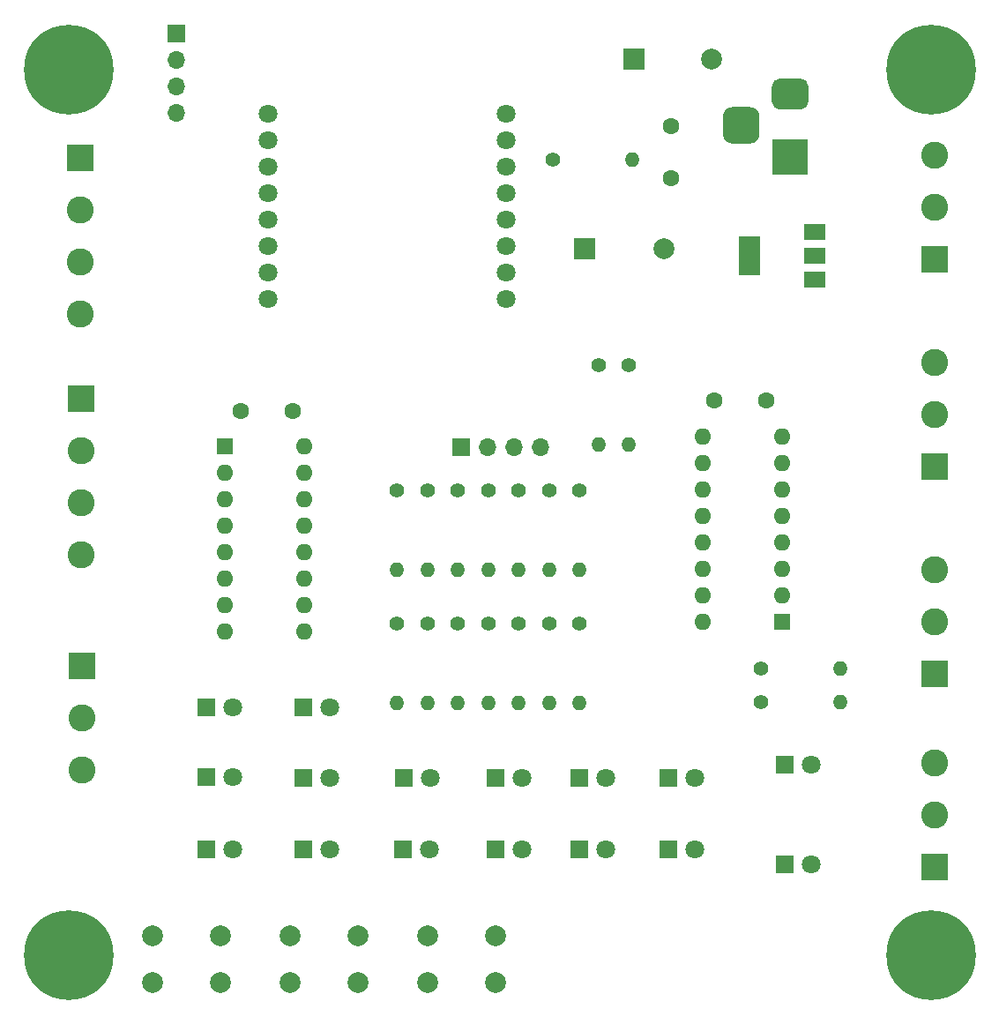
<source format=gbr>
%TF.GenerationSoftware,KiCad,Pcbnew,5.1.6-c6e7f7d~87~ubuntu19.10.1*%
%TF.CreationDate,2021-01-18T21:02:38-03:00*%
%TF.ProjectId,VLTUnivesp,564c5455-6e69-4766-9573-702e6b696361,rev?*%
%TF.SameCoordinates,Original*%
%TF.FileFunction,Soldermask,Top*%
%TF.FilePolarity,Negative*%
%FSLAX46Y46*%
G04 Gerber Fmt 4.6, Leading zero omitted, Abs format (unit mm)*
G04 Created by KiCad (PCBNEW 5.1.6-c6e7f7d~87~ubuntu19.10.1) date 2021-01-18 21:02:38*
%MOMM*%
%LPD*%
G01*
G04 APERTURE LIST*
%ADD10O,1.400000X1.400000*%
%ADD11C,1.400000*%
%ADD12O,1.600000X1.600000*%
%ADD13R,1.600000X1.600000*%
%ADD14C,8.600000*%
%ADD15C,0.900000*%
%ADD16R,2.000000X2.000000*%
%ADD17C,2.000000*%
%ADD18R,1.700000X1.700000*%
%ADD19O,1.700000X1.700000*%
%ADD20R,3.500000X3.500000*%
%ADD21C,2.600000*%
%ADD22R,2.600000X2.600000*%
%ADD23R,2.000000X3.800000*%
%ADD24R,2.000000X1.500000*%
%ADD25C,1.800000*%
%ADD26C,1.600000*%
%ADD27R,1.800000X1.800000*%
G04 APERTURE END LIST*
D10*
%TO.C,R19*%
X105845000Y-68300000D03*
D11*
X98225000Y-68300000D03*
%TD*%
D10*
%TO.C,R18*%
X105460000Y-95680000D03*
D11*
X105460000Y-88060000D03*
%TD*%
D10*
%TO.C,R17*%
X102616000Y-95656400D03*
D11*
X102616000Y-88036400D03*
%TD*%
D10*
%TO.C,R16*%
X125831600Y-120345200D03*
D11*
X118211600Y-120345200D03*
%TD*%
%TO.C,R15*%
X118211600Y-117170200D03*
D10*
X125831600Y-117170200D03*
%TD*%
%TO.C,R14*%
X100765426Y-107670600D03*
D11*
X100765426Y-100050600D03*
%TD*%
%TO.C,R13*%
X97848055Y-100050600D03*
D10*
X97848055Y-107670600D03*
%TD*%
%TO.C,R12*%
X100765426Y-120472200D03*
D11*
X100765426Y-112852200D03*
%TD*%
%TO.C,R11*%
X97848055Y-112852200D03*
D10*
X97848055Y-120472200D03*
%TD*%
%TO.C,R10*%
X94930684Y-120472200D03*
D11*
X94930684Y-112852200D03*
%TD*%
%TO.C,R9*%
X92013313Y-112852200D03*
D10*
X92013313Y-120472200D03*
%TD*%
%TO.C,R8*%
X94930684Y-107670600D03*
D11*
X94930684Y-100050600D03*
%TD*%
%TO.C,R7*%
X89095942Y-112852200D03*
D10*
X89095942Y-120472200D03*
%TD*%
%TO.C,R6*%
X86178571Y-120472200D03*
D11*
X86178571Y-112852200D03*
%TD*%
%TO.C,R5*%
X83261200Y-112852200D03*
D10*
X83261200Y-120472200D03*
%TD*%
D11*
%TO.C,R4*%
X92013313Y-100050600D03*
D10*
X92013313Y-107670600D03*
%TD*%
D11*
%TO.C,R3*%
X89095942Y-100050600D03*
D10*
X89095942Y-107670600D03*
%TD*%
D11*
%TO.C,R2*%
X86178571Y-100050600D03*
D10*
X86178571Y-107670600D03*
%TD*%
D11*
%TO.C,R1*%
X83261200Y-100050600D03*
D10*
X83261200Y-107670600D03*
%TD*%
D12*
%TO.C,U1*%
X74371200Y-95808800D03*
X66751200Y-113588800D03*
X74371200Y-98348800D03*
X66751200Y-111048800D03*
X74371200Y-100888800D03*
X66751200Y-108508800D03*
X74371200Y-103428800D03*
X66751200Y-105968800D03*
X74371200Y-105968800D03*
X66751200Y-103428800D03*
X74371200Y-108508800D03*
X66751200Y-100888800D03*
X74371200Y-111048800D03*
X66751200Y-98348800D03*
X74371200Y-113588800D03*
D13*
X66751200Y-95808800D03*
%TD*%
D12*
%TO.C,U2*%
X112630000Y-112675000D03*
X120250000Y-94895000D03*
X112630000Y-110135000D03*
X120250000Y-97435000D03*
X112630000Y-107595000D03*
X120250000Y-99975000D03*
X112630000Y-105055000D03*
X120250000Y-102515000D03*
X112630000Y-102515000D03*
X120250000Y-105055000D03*
X112630000Y-99975000D03*
X120250000Y-107595000D03*
X112630000Y-97435000D03*
X120250000Y-110135000D03*
X112630000Y-94895000D03*
D13*
X120250000Y-112675000D03*
%TD*%
D14*
%TO.C,REF\u002A\u002A*%
X134518400Y-59639200D03*
D15*
X137743400Y-59639200D03*
X136798819Y-61919619D03*
X134518400Y-62864200D03*
X132237981Y-61919619D03*
X131293400Y-59639200D03*
X132237981Y-57358781D03*
X134518400Y-56414200D03*
X136798819Y-57358781D03*
%TD*%
D14*
%TO.C,REF\u002A\u002A*%
X134518400Y-144627600D03*
D15*
X137743400Y-144627600D03*
X136798819Y-146908019D03*
X134518400Y-147852600D03*
X132237981Y-146908019D03*
X131293400Y-144627600D03*
X132237981Y-142347181D03*
X134518400Y-141402600D03*
X136798819Y-142347181D03*
%TD*%
D14*
%TO.C,REF\u002A\u002A*%
X51714400Y-144627600D03*
D15*
X54939400Y-144627600D03*
X53994819Y-146908019D03*
X51714400Y-147852600D03*
X49433981Y-146908019D03*
X48489400Y-144627600D03*
X49433981Y-142347181D03*
X51714400Y-141402600D03*
X53994819Y-142347181D03*
%TD*%
%TO.C,REF\u002A\u002A*%
X53994819Y-57358781D03*
X51714400Y-56414200D03*
X49433981Y-57358781D03*
X48489400Y-59639200D03*
X49433981Y-61919619D03*
X51714400Y-62864200D03*
X53994819Y-61919619D03*
X54939400Y-59639200D03*
D14*
X51714400Y-59639200D03*
%TD*%
D16*
%TO.C,BZ1*%
X101275000Y-76875000D03*
D17*
X108875000Y-76875000D03*
%TD*%
D16*
%TO.C,C3*%
X105968800Y-58674000D03*
D17*
X113468800Y-58674000D03*
%TD*%
D18*
%TO.C,I2C1*%
X62025000Y-56175000D03*
D19*
X62025000Y-58715000D03*
X62025000Y-61255000D03*
X62025000Y-63795000D03*
%TD*%
%TO.C,OLED1*%
X97020000Y-95875000D03*
X94480000Y-95875000D03*
X91940000Y-95875000D03*
D18*
X89400000Y-95875000D03*
%TD*%
D20*
%TO.C,P3*%
X121000000Y-68000000D03*
G36*
G01*
X120000000Y-60500000D02*
X122000000Y-60500000D01*
G75*
G02*
X122750000Y-61250000I0J-750000D01*
G01*
X122750000Y-62750000D01*
G75*
G02*
X122000000Y-63500000I-750000J0D01*
G01*
X120000000Y-63500000D01*
G75*
G02*
X119250000Y-62750000I0J750000D01*
G01*
X119250000Y-61250000D01*
G75*
G02*
X120000000Y-60500000I750000J0D01*
G01*
G37*
G36*
G01*
X115425000Y-63250000D02*
X117175000Y-63250000D01*
G75*
G02*
X118050000Y-64125000I0J-875000D01*
G01*
X118050000Y-65875000D01*
G75*
G02*
X117175000Y-66750000I-875000J0D01*
G01*
X115425000Y-66750000D01*
G75*
G02*
X114550000Y-65875000I0J875000D01*
G01*
X114550000Y-64125000D01*
G75*
G02*
X115425000Y-63250000I875000J0D01*
G01*
G37*
%TD*%
D21*
%TO.C,S1*%
X52806600Y-83097400D03*
X52806600Y-78097400D03*
X52806600Y-73097400D03*
D22*
X52806600Y-68097400D03*
%TD*%
%TO.C,S2*%
X52950000Y-91250000D03*
D21*
X52950000Y-96250000D03*
X52950000Y-101250000D03*
X52950000Y-106250000D03*
%TD*%
D22*
%TO.C,S3*%
X53009800Y-116916200D03*
D21*
X53009800Y-121916200D03*
X53009800Y-126916200D03*
%TD*%
%TO.C,S4*%
X134874000Y-126194800D03*
X134874000Y-131194800D03*
D22*
X134874000Y-136194800D03*
%TD*%
%TO.C,S5*%
X134874000Y-117650000D03*
D21*
X134874000Y-112650000D03*
X134874000Y-107650000D03*
%TD*%
%TO.C,S6*%
X134874000Y-87790000D03*
X134874000Y-92790000D03*
D22*
X134874000Y-97790000D03*
%TD*%
D17*
%TO.C,SW1*%
X66294000Y-142820000D03*
X66294000Y-147320000D03*
X59794000Y-142820000D03*
X59794000Y-147320000D03*
%TD*%
%TO.C,SW2*%
X79502000Y-142820000D03*
X79502000Y-147320000D03*
X73002000Y-142820000D03*
X73002000Y-147320000D03*
%TD*%
%TO.C,SW3*%
X86210000Y-147320000D03*
X86210000Y-142820000D03*
X92710000Y-147320000D03*
X92710000Y-142820000D03*
%TD*%
D23*
%TO.C,U3*%
X117100000Y-77550000D03*
D24*
X123400000Y-77550000D03*
X123400000Y-75250000D03*
X123400000Y-79850000D03*
%TD*%
D22*
%TO.C,VLT1*%
X134900000Y-77850000D03*
D21*
X134900000Y-72850000D03*
X134900000Y-67850000D03*
%TD*%
D25*
%TO.C,WEMOS-D1*%
X93755000Y-63885000D03*
X70895000Y-63885000D03*
X93755000Y-66425000D03*
X70895000Y-66425000D03*
X93755000Y-68965000D03*
X70895000Y-68965000D03*
X93755000Y-71505000D03*
X70895000Y-71505000D03*
X93755000Y-74045000D03*
X70895000Y-74045000D03*
X93755000Y-76585000D03*
X70895000Y-76585000D03*
X93755000Y-79125000D03*
X70895000Y-79125000D03*
X93755000Y-81665000D03*
X70895000Y-81665000D03*
%TD*%
D26*
%TO.C,C1*%
X109575600Y-70104000D03*
X109575600Y-65104000D03*
%TD*%
%TO.C,C2*%
X73224400Y-92456000D03*
X68224400Y-92456000D03*
%TD*%
%TO.C,C4*%
X113690400Y-91389200D03*
X118690400Y-91389200D03*
%TD*%
D27*
%TO.C,D1*%
X64950000Y-120850000D03*
D25*
X67490000Y-120850000D03*
%TD*%
D27*
%TO.C,D2*%
X64950000Y-127600000D03*
D25*
X67490000Y-127600000D03*
%TD*%
%TO.C,D3*%
X67490000Y-134500000D03*
D27*
X64950000Y-134500000D03*
%TD*%
D25*
%TO.C,D4*%
X76758800Y-120853200D03*
D27*
X74218800Y-120853200D03*
%TD*%
D25*
%TO.C,D5*%
X76758800Y-127609600D03*
D27*
X74218800Y-127609600D03*
%TD*%
%TO.C,D6*%
X74218800Y-134493000D03*
D25*
X76758800Y-134493000D03*
%TD*%
D27*
%TO.C,D7*%
X83870800Y-127635000D03*
D25*
X86410800Y-127635000D03*
%TD*%
%TO.C,D8*%
X86385400Y-134467600D03*
D27*
X83845400Y-134467600D03*
%TD*%
D25*
%TO.C,D9*%
X95230000Y-127660400D03*
D27*
X92690000Y-127660400D03*
%TD*%
%TO.C,D10*%
X92684600Y-134467600D03*
D25*
X95224600Y-134467600D03*
%TD*%
%TO.C,D11*%
X103301800Y-127660400D03*
D27*
X100761800Y-127660400D03*
%TD*%
D25*
%TO.C,D12*%
X103301800Y-134467600D03*
D27*
X100761800Y-134467600D03*
%TD*%
%TO.C,D13*%
X109321600Y-127685800D03*
D25*
X111861600Y-127685800D03*
%TD*%
D27*
%TO.C,D14*%
X109296200Y-134467600D03*
D25*
X111836200Y-134467600D03*
%TD*%
D27*
%TO.C,D15*%
X120490000Y-126410000D03*
D25*
X123030000Y-126410000D03*
%TD*%
D27*
%TO.C,D16*%
X120490000Y-135980000D03*
D25*
X123030000Y-135980000D03*
%TD*%
M02*

</source>
